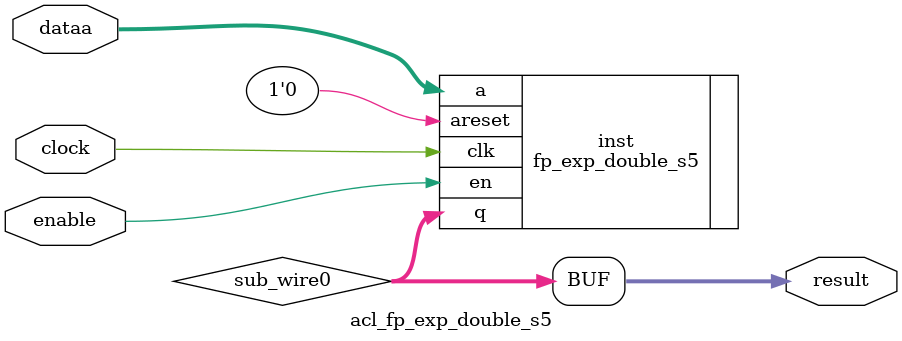
<source format=v>
`timescale 1 ps / 1 ps
module acl_fp_exp_double_s5 (
	enable,
	clock,
	dataa,
	result);

	input	  enable;
	input	  clock;
	input	[63:0]  dataa;
	output	[63:0]  result;

	wire [63:0] sub_wire0;
	wire [63:0] result = sub_wire0[63:0];

  fp_exp_double_s5 inst(
        .a(dataa),
        .en(enable),
        .q(sub_wire0),
        .clk(clock),
        .areset(1'b0)
        );

endmodule

</source>
